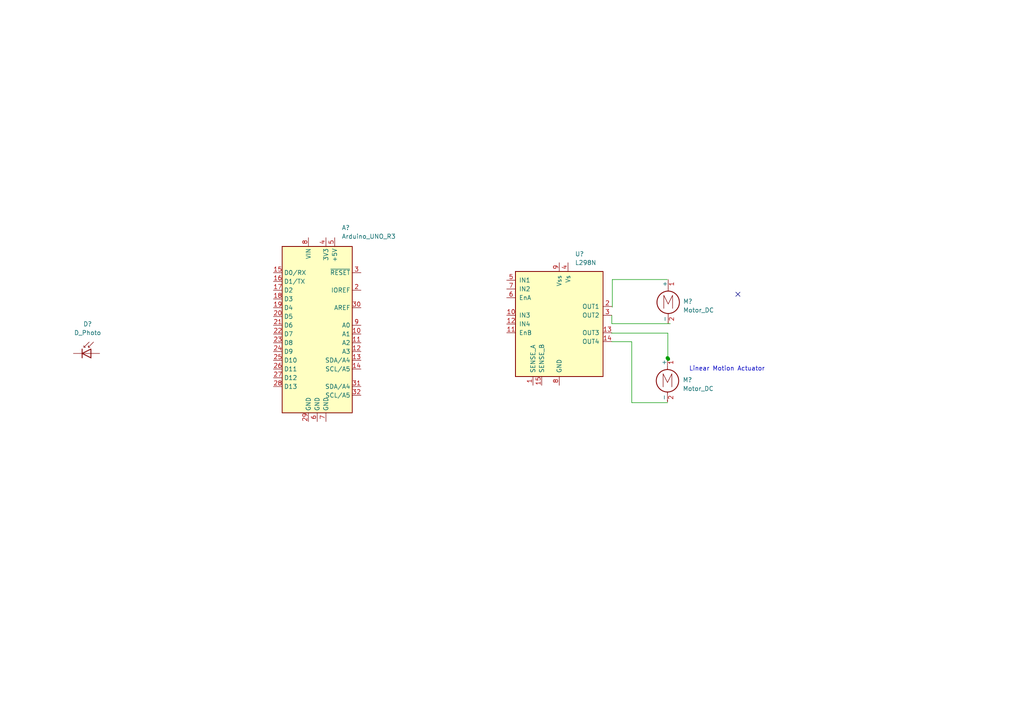
<source format=kicad_sch>
(kicad_sch (version 20211123) (generator eeschema)
  (paper "A4")
  (lib_symbols
    (symbol "Device:D_Photo" (pin_numbers hide) (pin_names hide)
      (property "Reference" "D" (at 0.508 1.778 0))
      (property "Value" "D_Photo" (at -1.016 -2.794 0))
      (symbol "D_Photo_0_1"
        (polyline (pts (xy -2.54 1.27) (xy -2.54 -1.27)) (stroke (width 0.254)))
        (polyline (pts (xy -2.032 1.778) (xy -1.524 1.778)))
        (polyline (pts (xy 0 0) (xy -2.54 0)))
        (polyline (pts (xy -0.508 3.302) (xy -2.032 1.778) (xy -2.032 2.286)))
        (polyline (pts (xy 0 -1.27) (xy 0 1.27) (xy -2.54 0) (xy 0 -1.27)) (stroke (width 0.254)))
        (polyline (pts (xy 0.762 3.302) (xy -0.762 1.778) (xy -0.762 2.286) (xy -0.762 1.778) (xy -0.254 1.778)))
      )
      (symbol "D_Photo_1_1"
        (pin passive line (at -5.08 0 0) (length 2.54) (name "K") (number "1"))
        (pin passive line (at 2.54 0 180) (length 2.54) (name "A") (number "2"))
      )
    )
    (symbol "Driver_Motor:L298N" (pin_names (offset 1.016))
      (property "Reference" "U" (at -10.16 16.51 0))
      (property "Value" "L298N" (at 12.7 16.51 0))
      (symbol "L298N_0_1"
        (rectangle (start -12.7 15.24) (end 12.7 -15.24) (stroke (width 0.254)) (fill (type background)))
      )
      (symbol "L298N_1_1"
        (pin power_in line (at -7.62 -17.78 90) (length 2.54) (name "SENSE_A") (number "1"))
        (pin input line (at -15.24 2.54 0) (length 2.54) (name "IN3") (number "10"))
        (pin input line (at -15.24 -2.54 0) (length 2.54) (name "EnB") (number "11"))
        (pin input line (at -15.24 0 0) (length 2.54) (name "IN4") (number "12"))
        (pin output line (at 15.24 -2.54 180) (length 2.54) (name "OUT3") (number "13"))
        (pin output line (at 15.24 -5.08 180) (length 2.54) (name "OUT4") (number "14"))
        (pin power_in line (at -5.08 -17.78 90) (length 2.54) (name "SENSE_B") (number "15"))
        (pin output line (at 15.24 5.08 180) (length 2.54) (name "OUT1") (number "2"))
        (pin output line (at 15.24 2.54 180) (length 2.54) (name "OUT2") (number "3"))
        (pin power_in line (at 2.54 17.78 270) (length 2.54) (name "Vs") (number "4"))
        (pin input line (at -15.24 12.7 0) (length 2.54) (name "IN1") (number "5"))
        (pin input line (at -15.24 7.62 0) (length 2.54) (name "EnA") (number "6"))
        (pin input line (at -15.24 10.16 0) (length 2.54) (name "IN2") (number "7"))
        (pin power_in line (at 0 -17.78 90) (length 2.54) (name "GND") (number "8"))
        (pin power_in line (at 0 17.78 270) (length 2.54) (name "Vss") (number "9"))
      )
    )
    (symbol "MCU_Module:Arduino_UNO_R3"
      (property "Reference" "A" (at -10.16 23.495 0))
      (property "Value" "Arduino_UNO_R3" (at 5.08 -26.67 0))
      (symbol "Arduino_UNO_R3_0_1"
        (rectangle (start -10.16 22.86) (end 10.16 -25.4) (stroke (width 0.254)) (fill (type background)))
      )
      (symbol "Arduino_UNO_R3_1_1"
        (pin no_connect line (at -10.16 -20.32 0) (length 2.54) hide (name "NC") (number "1"))
        (pin bidirectional line (at 12.7 -2.54 180) (length 2.54) (name "A1") (number "10"))
        (pin bidirectional line (at 12.7 -5.08 180) (length 2.54) (name "A2") (number "11"))
        (pin bidirectional line (at 12.7 -7.62 180) (length 2.54) (name "A3") (number "12"))
        (pin bidirectional line (at 12.7 -10.16 180) (length 2.54) (name "SDA/A4") (number "13"))
        (pin bidirectional line (at 12.7 -12.7 180) (length 2.54) (name "SCL/A5") (number "14"))
        (pin bidirectional line (at -12.7 15.24 0) (length 2.54) (name "D0/RX") (number "15"))
        (pin bidirectional line (at -12.7 12.7 0) (length 2.54) (name "D1/TX") (number "16"))
        (pin bidirectional line (at -12.7 10.16 0) (length 2.54) (name "D2") (number "17"))
        (pin bidirectional line (at -12.7 7.62 0) (length 2.54) (name "D3") (number "18"))
        (pin bidirectional line (at -12.7 5.08 0) (length 2.54) (name "D4") (number "19"))
        (pin output line (at 12.7 10.16 180) (length 2.54) (name "IOREF") (number "2"))
        (pin bidirectional line (at -12.7 2.54 0) (length 2.54) (name "D5") (number "20"))
        (pin bidirectional line (at -12.7 0 0) (length 2.54) (name "D6") (number "21"))
        (pin bidirectional line (at -12.7 -2.54 0) (length 2.54) (name "D7") (number "22"))
        (pin bidirectional line (at -12.7 -5.08 0) (length 2.54) (name "D8") (number "23"))
        (pin bidirectional line (at -12.7 -7.62 0) (length 2.54) (name "D9") (number "24"))
        (pin bidirectional line (at -12.7 -10.16 0) (length 2.54) (name "D10") (number "25"))
        (pin bidirectional line (at -12.7 -12.7 0) (length 2.54) (name "D11") (number "26"))
        (pin bidirectional line (at -12.7 -15.24 0) (length 2.54) (name "D12") (number "27"))
        (pin bidirectional line (at -12.7 -17.78 0) (length 2.54) (name "D13") (number "28"))
        (pin power_in line (at -2.54 -27.94 90) (length 2.54) (name "GND") (number "29"))
        (pin input line (at 12.7 15.24 180) (length 2.54) (name "~{RESET}") (number "3"))
        (pin input line (at 12.7 5.08 180) (length 2.54) (name "AREF") (number "30"))
        (pin bidirectional line (at 12.7 -17.78 180) (length 2.54) (name "SDA/A4") (number "31"))
        (pin bidirectional line (at 12.7 -20.32 180) (length 2.54) (name "SCL/A5") (number "32"))
        (pin power_out line (at 2.54 25.4 270) (length 2.54) (name "3V3") (number "4"))
        (pin power_out line (at 5.08 25.4 270) (length 2.54) (name "+5V") (number "5"))
        (pin power_in line (at 0 -27.94 90) (length 2.54) (name "GND") (number "6"))
        (pin power_in line (at 2.54 -27.94 90) (length 2.54) (name "GND") (number "7"))
        (pin power_in line (at -2.54 25.4 270) (length 2.54) (name "VIN") (number "8"))
        (pin bidirectional line (at 12.7 0 180) (length 2.54) (name "A0") (number "9"))
      )
    )
    (symbol "Motor:Motor_DC" (pin_names (offset 0))
      (property "Reference" "M" (at 2.54 2.54 0))
      (property "Value" "Motor_DC" (at 2.54 -5.08 0))
      (symbol "Motor_DC_0_0"
        (polyline (pts (xy -1.27 -3.302) (xy -1.27 0.508) (xy 0 -2.032) (xy 1.27 0.508) (xy 1.27 -3.302)))
      )
      (symbol "Motor_DC_0_1"
        (circle (center 0 -1.524) (radius 3.2512) (stroke (width 0.254)))
        (polyline (pts (xy 0 -7.62) (xy 0 -7.112)))
        (polyline (pts (xy 0 -4.7752) (xy 0 -5.1816)))
        (polyline (pts (xy 0 1.7272) (xy 0 2.0828)))
        (polyline (pts (xy 0 2.032) (xy 0 2.54)))
      )
      (symbol "Motor_DC_1_1"
        (pin passive line (at 0 5.08 270) (length 2.54) (name "+") (number "1"))
        (pin passive line (at 0 -7.62 90) (length 2.54) (name "-") (number "2"))
      )
    )
  )
  (junction (at 193.802 104.14))
  (junction (at 193.5988 103.8352))
  (junction (at 193.7004 103.9368))
  (no_connect (at 214.0204 85.344))
  (wire (pts (xy 177.4444 91.4908) (xy 177.4444 93.8784)))
  (wire (pts (xy 194.4116 93.8784) (xy 177.4444 93.8784)))
  (wire (pts (xy 193.5988 103.8352) (xy 193.7004 103.9368)))
  (wire (pts (xy 193.7004 104.14) (xy 193.802 104.14)))
  (wire (pts (xy 183.2356 99.1108) (xy 183.2356 116.7892)))
  (wire (pts (xy 183.2356 116.7892) (xy 193.6496 116.7892)))
  (wire (pts (xy 177.3428 96.6216) (xy 193.7004 96.6216)))
  (wire (pts (xy 193.548 81.0768) (xy 177.5968 81.0768)))
  (wire (pts (xy 177.4444 99.1108) (xy 183.2356 99.1108)))
  (wire (pts (xy 193.7004 96.6216) (xy 193.7004 103.9368)))
  (wire (pts (xy 193.7004 103.9368) (xy 193.7004 104.14)))
  (wire (pts (xy 177.5968 81.0768) (xy 177.5968 89.1032)))
  (text "Linear Motion Actuator" (at 199.8472 107.7976 0) (effects (font (size 1.27 1.27)) (justify left bottom)))
  (symbol (lib_id "MCU_Module:Arduino_UNO_R3") (at 91.9988 94.3356 0) (unit 1)
    (property "Reference" "A?" (at 99.0982 66.04 0) (effects (justify left)))
    (property "Value" "Arduino_UNO_R3" (at 99.0982 68.58 0) (effects (justify left)))
    (property "Footprint" "Module:Arduino_UNO_R3" (effects hide))
    (property "Datasheet" "https://www.arduino.cc/en/Main/arduinoBoardUno" (effects hide))
  )
  (symbol (lib_id "Driver_Motor:L298N") (at 162.2044 93.98 0) (unit 1)
    (property "Reference" "U?" (at 166.7638 73.66 0) (effects (justify left)))
    (property "Value" "L298N" (at 166.7638 76.2 0) (effects (justify left)))
    (property "Footprint" "Package_TO_SOT_THT:TO-220-15_P2.54x2.54mm_StaggerOdd_Lead4.58mm_Vertical" (effects hide))
    (property "Datasheet" "http://www.st.com/st-web-ui/static/active/en/resource/technical/document/datasheet/CD00000240.pdf" (effects hide))
  )
  (symbol (lib_id "Motor:Motor_DC") (at 193.802 86.1568 0) (unit 1)
    (property "Reference" "M?" (at 198.12 87.4267 0) (effects (justify left)))
    (property "Value" "Motor_DC" (at 198.12 89.9667 0) (effects (justify left)))
  )
  (symbol (lib_id "Motor:Motor_DC") (at 193.5988 108.9152 0) (unit 1)
    (property "Reference" "M?" (at 198.0184 110.1851 0) (effects (justify left)))
    (property "Value" "Motor_DC" (at 198.0184 112.7251 0) (effects (justify left)))
  )
  (symbol (lib_id "Device:D_Photo") (at 26.3652 102.5144 0) (unit 1)
    (property "Reference" "D?" (at 25.4127 93.98 0))
    (property "Value" "D_Photo" (at 25.4127 96.52 0))
  )
)
</source>
